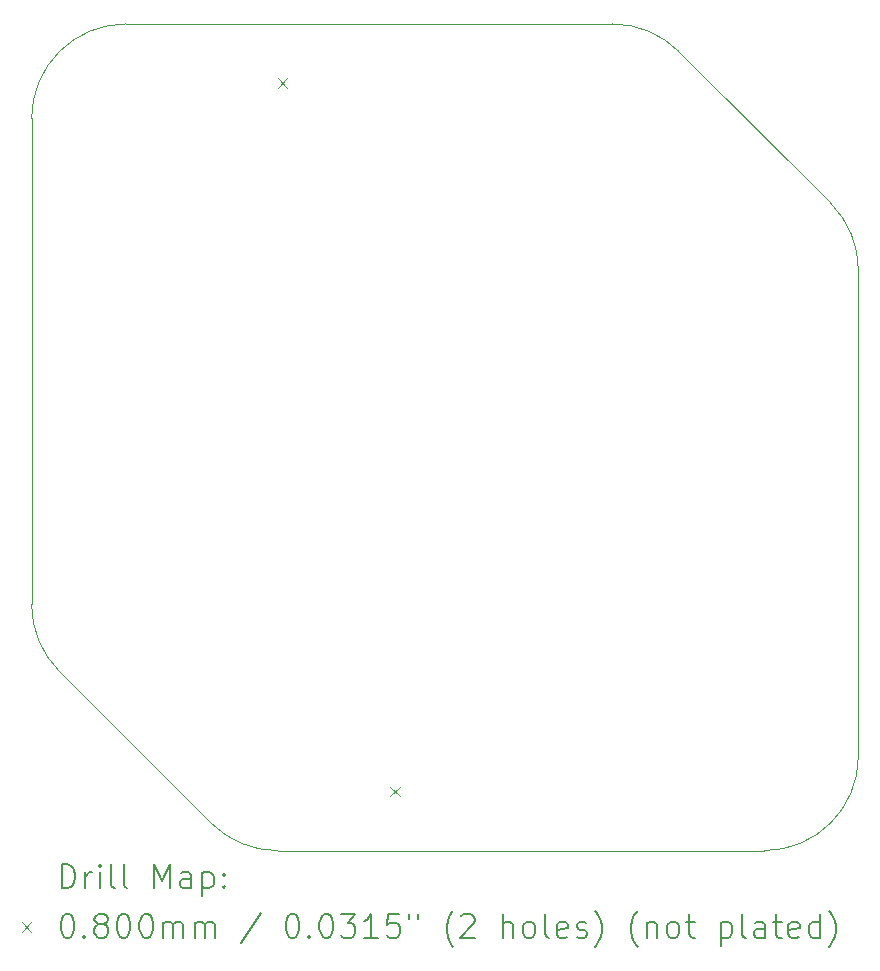
<source format=gbr>
%TF.GenerationSoftware,KiCad,Pcbnew,7.0.9*%
%TF.CreationDate,2024-01-08T23:36:17-05:00*%
%TF.ProjectId,Compaq S3 Virge GX VRAM Addon Board,436f6d70-6171-4205-9333-205669726765,1*%
%TF.SameCoordinates,Original*%
%TF.FileFunction,Drillmap*%
%TF.FilePolarity,Positive*%
%FSLAX45Y45*%
G04 Gerber Fmt 4.5, Leading zero omitted, Abs format (unit mm)*
G04 Created by KiCad (PCBNEW 7.0.9) date 2024-01-08 23:36:17*
%MOMM*%
%LPD*%
G01*
G04 APERTURE LIST*
%ADD10C,0.100000*%
%ADD11C,0.200000*%
G04 APERTURE END LIST*
D10*
X16778000Y-13981000D02*
X12663000Y-13981000D01*
X12097133Y-13747144D02*
X10812156Y-12462167D01*
X16777987Y-13981000D02*
G75*
G03*
X17578000Y-13180987I0J800013D01*
G01*
X16059511Y-7215502D02*
G75*
G03*
X15494000Y-6981259I-565511J-565508D01*
G01*
X11378000Y-6981000D02*
X15494000Y-6981000D01*
X17578173Y-9065512D02*
G75*
G03*
X17343880Y-8499878I-799923J2D01*
G01*
X10578000Y-11896000D02*
X10578000Y-7781000D01*
X10577767Y-11896366D02*
G75*
G03*
X10812126Y-12462167I800163J-4D01*
G01*
X11378013Y-6980990D02*
G75*
G03*
X10578000Y-7781000I-3J-800010D01*
G01*
X17578000Y-9066000D02*
X17578000Y-13181000D01*
X17343858Y-8499858D02*
X16059488Y-7215488D01*
X12097134Y-13747111D02*
G75*
G03*
X12663000Y-13981502I565866J565862D01*
G01*
D11*
D10*
X12663000Y-7443000D02*
X12743000Y-7523000D01*
X12743000Y-7443000D02*
X12663000Y-7523000D01*
X13613000Y-13441000D02*
X13693000Y-13521000D01*
X13693000Y-13441000D02*
X13613000Y-13521000D01*
D11*
X10833540Y-14297986D02*
X10833540Y-14097986D01*
X10833540Y-14097986D02*
X10881159Y-14097986D01*
X10881159Y-14097986D02*
X10909731Y-14107510D01*
X10909731Y-14107510D02*
X10928778Y-14126557D01*
X10928778Y-14126557D02*
X10938302Y-14145605D01*
X10938302Y-14145605D02*
X10947826Y-14183700D01*
X10947826Y-14183700D02*
X10947826Y-14212272D01*
X10947826Y-14212272D02*
X10938302Y-14250367D01*
X10938302Y-14250367D02*
X10928778Y-14269414D01*
X10928778Y-14269414D02*
X10909731Y-14288462D01*
X10909731Y-14288462D02*
X10881159Y-14297986D01*
X10881159Y-14297986D02*
X10833540Y-14297986D01*
X11033540Y-14297986D02*
X11033540Y-14164653D01*
X11033540Y-14202748D02*
X11043064Y-14183700D01*
X11043064Y-14183700D02*
X11052588Y-14174176D01*
X11052588Y-14174176D02*
X11071635Y-14164653D01*
X11071635Y-14164653D02*
X11090683Y-14164653D01*
X11157350Y-14297986D02*
X11157350Y-14164653D01*
X11157350Y-14097986D02*
X11147826Y-14107510D01*
X11147826Y-14107510D02*
X11157350Y-14117034D01*
X11157350Y-14117034D02*
X11166874Y-14107510D01*
X11166874Y-14107510D02*
X11157350Y-14097986D01*
X11157350Y-14097986D02*
X11157350Y-14117034D01*
X11281159Y-14297986D02*
X11262112Y-14288462D01*
X11262112Y-14288462D02*
X11252588Y-14269414D01*
X11252588Y-14269414D02*
X11252588Y-14097986D01*
X11385921Y-14297986D02*
X11366873Y-14288462D01*
X11366873Y-14288462D02*
X11357350Y-14269414D01*
X11357350Y-14269414D02*
X11357350Y-14097986D01*
X11614493Y-14297986D02*
X11614493Y-14097986D01*
X11614493Y-14097986D02*
X11681159Y-14240843D01*
X11681159Y-14240843D02*
X11747826Y-14097986D01*
X11747826Y-14097986D02*
X11747826Y-14297986D01*
X11928778Y-14297986D02*
X11928778Y-14193224D01*
X11928778Y-14193224D02*
X11919254Y-14174176D01*
X11919254Y-14174176D02*
X11900207Y-14164653D01*
X11900207Y-14164653D02*
X11862112Y-14164653D01*
X11862112Y-14164653D02*
X11843064Y-14174176D01*
X11928778Y-14288462D02*
X11909731Y-14297986D01*
X11909731Y-14297986D02*
X11862112Y-14297986D01*
X11862112Y-14297986D02*
X11843064Y-14288462D01*
X11843064Y-14288462D02*
X11833540Y-14269414D01*
X11833540Y-14269414D02*
X11833540Y-14250367D01*
X11833540Y-14250367D02*
X11843064Y-14231319D01*
X11843064Y-14231319D02*
X11862112Y-14221795D01*
X11862112Y-14221795D02*
X11909731Y-14221795D01*
X11909731Y-14221795D02*
X11928778Y-14212272D01*
X12024016Y-14164653D02*
X12024016Y-14364653D01*
X12024016Y-14174176D02*
X12043064Y-14164653D01*
X12043064Y-14164653D02*
X12081159Y-14164653D01*
X12081159Y-14164653D02*
X12100207Y-14174176D01*
X12100207Y-14174176D02*
X12109731Y-14183700D01*
X12109731Y-14183700D02*
X12119254Y-14202748D01*
X12119254Y-14202748D02*
X12119254Y-14259891D01*
X12119254Y-14259891D02*
X12109731Y-14278938D01*
X12109731Y-14278938D02*
X12100207Y-14288462D01*
X12100207Y-14288462D02*
X12081159Y-14297986D01*
X12081159Y-14297986D02*
X12043064Y-14297986D01*
X12043064Y-14297986D02*
X12024016Y-14288462D01*
X12204969Y-14278938D02*
X12214493Y-14288462D01*
X12214493Y-14288462D02*
X12204969Y-14297986D01*
X12204969Y-14297986D02*
X12195445Y-14288462D01*
X12195445Y-14288462D02*
X12204969Y-14278938D01*
X12204969Y-14278938D02*
X12204969Y-14297986D01*
X12204969Y-14174176D02*
X12214493Y-14183700D01*
X12214493Y-14183700D02*
X12204969Y-14193224D01*
X12204969Y-14193224D02*
X12195445Y-14183700D01*
X12195445Y-14183700D02*
X12204969Y-14174176D01*
X12204969Y-14174176D02*
X12204969Y-14193224D01*
D10*
X10492763Y-14586502D02*
X10572763Y-14666502D01*
X10572763Y-14586502D02*
X10492763Y-14666502D01*
D11*
X10871635Y-14517986D02*
X10890683Y-14517986D01*
X10890683Y-14517986D02*
X10909731Y-14527510D01*
X10909731Y-14527510D02*
X10919255Y-14537034D01*
X10919255Y-14537034D02*
X10928778Y-14556081D01*
X10928778Y-14556081D02*
X10938302Y-14594176D01*
X10938302Y-14594176D02*
X10938302Y-14641795D01*
X10938302Y-14641795D02*
X10928778Y-14679891D01*
X10928778Y-14679891D02*
X10919255Y-14698938D01*
X10919255Y-14698938D02*
X10909731Y-14708462D01*
X10909731Y-14708462D02*
X10890683Y-14717986D01*
X10890683Y-14717986D02*
X10871635Y-14717986D01*
X10871635Y-14717986D02*
X10852588Y-14708462D01*
X10852588Y-14708462D02*
X10843064Y-14698938D01*
X10843064Y-14698938D02*
X10833540Y-14679891D01*
X10833540Y-14679891D02*
X10824016Y-14641795D01*
X10824016Y-14641795D02*
X10824016Y-14594176D01*
X10824016Y-14594176D02*
X10833540Y-14556081D01*
X10833540Y-14556081D02*
X10843064Y-14537034D01*
X10843064Y-14537034D02*
X10852588Y-14527510D01*
X10852588Y-14527510D02*
X10871635Y-14517986D01*
X11024016Y-14698938D02*
X11033540Y-14708462D01*
X11033540Y-14708462D02*
X11024016Y-14717986D01*
X11024016Y-14717986D02*
X11014493Y-14708462D01*
X11014493Y-14708462D02*
X11024016Y-14698938D01*
X11024016Y-14698938D02*
X11024016Y-14717986D01*
X11147826Y-14603700D02*
X11128778Y-14594176D01*
X11128778Y-14594176D02*
X11119255Y-14584653D01*
X11119255Y-14584653D02*
X11109731Y-14565605D01*
X11109731Y-14565605D02*
X11109731Y-14556081D01*
X11109731Y-14556081D02*
X11119255Y-14537034D01*
X11119255Y-14537034D02*
X11128778Y-14527510D01*
X11128778Y-14527510D02*
X11147826Y-14517986D01*
X11147826Y-14517986D02*
X11185921Y-14517986D01*
X11185921Y-14517986D02*
X11204969Y-14527510D01*
X11204969Y-14527510D02*
X11214493Y-14537034D01*
X11214493Y-14537034D02*
X11224016Y-14556081D01*
X11224016Y-14556081D02*
X11224016Y-14565605D01*
X11224016Y-14565605D02*
X11214493Y-14584653D01*
X11214493Y-14584653D02*
X11204969Y-14594176D01*
X11204969Y-14594176D02*
X11185921Y-14603700D01*
X11185921Y-14603700D02*
X11147826Y-14603700D01*
X11147826Y-14603700D02*
X11128778Y-14613224D01*
X11128778Y-14613224D02*
X11119255Y-14622748D01*
X11119255Y-14622748D02*
X11109731Y-14641795D01*
X11109731Y-14641795D02*
X11109731Y-14679891D01*
X11109731Y-14679891D02*
X11119255Y-14698938D01*
X11119255Y-14698938D02*
X11128778Y-14708462D01*
X11128778Y-14708462D02*
X11147826Y-14717986D01*
X11147826Y-14717986D02*
X11185921Y-14717986D01*
X11185921Y-14717986D02*
X11204969Y-14708462D01*
X11204969Y-14708462D02*
X11214493Y-14698938D01*
X11214493Y-14698938D02*
X11224016Y-14679891D01*
X11224016Y-14679891D02*
X11224016Y-14641795D01*
X11224016Y-14641795D02*
X11214493Y-14622748D01*
X11214493Y-14622748D02*
X11204969Y-14613224D01*
X11204969Y-14613224D02*
X11185921Y-14603700D01*
X11347826Y-14517986D02*
X11366874Y-14517986D01*
X11366874Y-14517986D02*
X11385921Y-14527510D01*
X11385921Y-14527510D02*
X11395445Y-14537034D01*
X11395445Y-14537034D02*
X11404969Y-14556081D01*
X11404969Y-14556081D02*
X11414493Y-14594176D01*
X11414493Y-14594176D02*
X11414493Y-14641795D01*
X11414493Y-14641795D02*
X11404969Y-14679891D01*
X11404969Y-14679891D02*
X11395445Y-14698938D01*
X11395445Y-14698938D02*
X11385921Y-14708462D01*
X11385921Y-14708462D02*
X11366874Y-14717986D01*
X11366874Y-14717986D02*
X11347826Y-14717986D01*
X11347826Y-14717986D02*
X11328778Y-14708462D01*
X11328778Y-14708462D02*
X11319254Y-14698938D01*
X11319254Y-14698938D02*
X11309731Y-14679891D01*
X11309731Y-14679891D02*
X11300207Y-14641795D01*
X11300207Y-14641795D02*
X11300207Y-14594176D01*
X11300207Y-14594176D02*
X11309731Y-14556081D01*
X11309731Y-14556081D02*
X11319254Y-14537034D01*
X11319254Y-14537034D02*
X11328778Y-14527510D01*
X11328778Y-14527510D02*
X11347826Y-14517986D01*
X11538302Y-14517986D02*
X11557350Y-14517986D01*
X11557350Y-14517986D02*
X11576397Y-14527510D01*
X11576397Y-14527510D02*
X11585921Y-14537034D01*
X11585921Y-14537034D02*
X11595445Y-14556081D01*
X11595445Y-14556081D02*
X11604969Y-14594176D01*
X11604969Y-14594176D02*
X11604969Y-14641795D01*
X11604969Y-14641795D02*
X11595445Y-14679891D01*
X11595445Y-14679891D02*
X11585921Y-14698938D01*
X11585921Y-14698938D02*
X11576397Y-14708462D01*
X11576397Y-14708462D02*
X11557350Y-14717986D01*
X11557350Y-14717986D02*
X11538302Y-14717986D01*
X11538302Y-14717986D02*
X11519254Y-14708462D01*
X11519254Y-14708462D02*
X11509731Y-14698938D01*
X11509731Y-14698938D02*
X11500207Y-14679891D01*
X11500207Y-14679891D02*
X11490683Y-14641795D01*
X11490683Y-14641795D02*
X11490683Y-14594176D01*
X11490683Y-14594176D02*
X11500207Y-14556081D01*
X11500207Y-14556081D02*
X11509731Y-14537034D01*
X11509731Y-14537034D02*
X11519254Y-14527510D01*
X11519254Y-14527510D02*
X11538302Y-14517986D01*
X11690683Y-14717986D02*
X11690683Y-14584653D01*
X11690683Y-14603700D02*
X11700207Y-14594176D01*
X11700207Y-14594176D02*
X11719254Y-14584653D01*
X11719254Y-14584653D02*
X11747826Y-14584653D01*
X11747826Y-14584653D02*
X11766874Y-14594176D01*
X11766874Y-14594176D02*
X11776397Y-14613224D01*
X11776397Y-14613224D02*
X11776397Y-14717986D01*
X11776397Y-14613224D02*
X11785921Y-14594176D01*
X11785921Y-14594176D02*
X11804969Y-14584653D01*
X11804969Y-14584653D02*
X11833540Y-14584653D01*
X11833540Y-14584653D02*
X11852588Y-14594176D01*
X11852588Y-14594176D02*
X11862112Y-14613224D01*
X11862112Y-14613224D02*
X11862112Y-14717986D01*
X11957350Y-14717986D02*
X11957350Y-14584653D01*
X11957350Y-14603700D02*
X11966874Y-14594176D01*
X11966874Y-14594176D02*
X11985921Y-14584653D01*
X11985921Y-14584653D02*
X12014493Y-14584653D01*
X12014493Y-14584653D02*
X12033540Y-14594176D01*
X12033540Y-14594176D02*
X12043064Y-14613224D01*
X12043064Y-14613224D02*
X12043064Y-14717986D01*
X12043064Y-14613224D02*
X12052588Y-14594176D01*
X12052588Y-14594176D02*
X12071635Y-14584653D01*
X12071635Y-14584653D02*
X12100207Y-14584653D01*
X12100207Y-14584653D02*
X12119255Y-14594176D01*
X12119255Y-14594176D02*
X12128778Y-14613224D01*
X12128778Y-14613224D02*
X12128778Y-14717986D01*
X12519255Y-14508462D02*
X12347826Y-14765605D01*
X12776397Y-14517986D02*
X12795445Y-14517986D01*
X12795445Y-14517986D02*
X12814493Y-14527510D01*
X12814493Y-14527510D02*
X12824017Y-14537034D01*
X12824017Y-14537034D02*
X12833540Y-14556081D01*
X12833540Y-14556081D02*
X12843064Y-14594176D01*
X12843064Y-14594176D02*
X12843064Y-14641795D01*
X12843064Y-14641795D02*
X12833540Y-14679891D01*
X12833540Y-14679891D02*
X12824017Y-14698938D01*
X12824017Y-14698938D02*
X12814493Y-14708462D01*
X12814493Y-14708462D02*
X12795445Y-14717986D01*
X12795445Y-14717986D02*
X12776397Y-14717986D01*
X12776397Y-14717986D02*
X12757350Y-14708462D01*
X12757350Y-14708462D02*
X12747826Y-14698938D01*
X12747826Y-14698938D02*
X12738302Y-14679891D01*
X12738302Y-14679891D02*
X12728778Y-14641795D01*
X12728778Y-14641795D02*
X12728778Y-14594176D01*
X12728778Y-14594176D02*
X12738302Y-14556081D01*
X12738302Y-14556081D02*
X12747826Y-14537034D01*
X12747826Y-14537034D02*
X12757350Y-14527510D01*
X12757350Y-14527510D02*
X12776397Y-14517986D01*
X12928778Y-14698938D02*
X12938302Y-14708462D01*
X12938302Y-14708462D02*
X12928778Y-14717986D01*
X12928778Y-14717986D02*
X12919255Y-14708462D01*
X12919255Y-14708462D02*
X12928778Y-14698938D01*
X12928778Y-14698938D02*
X12928778Y-14717986D01*
X13062112Y-14517986D02*
X13081159Y-14517986D01*
X13081159Y-14517986D02*
X13100207Y-14527510D01*
X13100207Y-14527510D02*
X13109731Y-14537034D01*
X13109731Y-14537034D02*
X13119255Y-14556081D01*
X13119255Y-14556081D02*
X13128778Y-14594176D01*
X13128778Y-14594176D02*
X13128778Y-14641795D01*
X13128778Y-14641795D02*
X13119255Y-14679891D01*
X13119255Y-14679891D02*
X13109731Y-14698938D01*
X13109731Y-14698938D02*
X13100207Y-14708462D01*
X13100207Y-14708462D02*
X13081159Y-14717986D01*
X13081159Y-14717986D02*
X13062112Y-14717986D01*
X13062112Y-14717986D02*
X13043064Y-14708462D01*
X13043064Y-14708462D02*
X13033540Y-14698938D01*
X13033540Y-14698938D02*
X13024017Y-14679891D01*
X13024017Y-14679891D02*
X13014493Y-14641795D01*
X13014493Y-14641795D02*
X13014493Y-14594176D01*
X13014493Y-14594176D02*
X13024017Y-14556081D01*
X13024017Y-14556081D02*
X13033540Y-14537034D01*
X13033540Y-14537034D02*
X13043064Y-14527510D01*
X13043064Y-14527510D02*
X13062112Y-14517986D01*
X13195445Y-14517986D02*
X13319255Y-14517986D01*
X13319255Y-14517986D02*
X13252588Y-14594176D01*
X13252588Y-14594176D02*
X13281159Y-14594176D01*
X13281159Y-14594176D02*
X13300207Y-14603700D01*
X13300207Y-14603700D02*
X13309731Y-14613224D01*
X13309731Y-14613224D02*
X13319255Y-14632272D01*
X13319255Y-14632272D02*
X13319255Y-14679891D01*
X13319255Y-14679891D02*
X13309731Y-14698938D01*
X13309731Y-14698938D02*
X13300207Y-14708462D01*
X13300207Y-14708462D02*
X13281159Y-14717986D01*
X13281159Y-14717986D02*
X13224017Y-14717986D01*
X13224017Y-14717986D02*
X13204969Y-14708462D01*
X13204969Y-14708462D02*
X13195445Y-14698938D01*
X13509731Y-14717986D02*
X13395445Y-14717986D01*
X13452588Y-14717986D02*
X13452588Y-14517986D01*
X13452588Y-14517986D02*
X13433540Y-14546557D01*
X13433540Y-14546557D02*
X13414493Y-14565605D01*
X13414493Y-14565605D02*
X13395445Y-14575129D01*
X13690683Y-14517986D02*
X13595445Y-14517986D01*
X13595445Y-14517986D02*
X13585921Y-14613224D01*
X13585921Y-14613224D02*
X13595445Y-14603700D01*
X13595445Y-14603700D02*
X13614493Y-14594176D01*
X13614493Y-14594176D02*
X13662112Y-14594176D01*
X13662112Y-14594176D02*
X13681159Y-14603700D01*
X13681159Y-14603700D02*
X13690683Y-14613224D01*
X13690683Y-14613224D02*
X13700207Y-14632272D01*
X13700207Y-14632272D02*
X13700207Y-14679891D01*
X13700207Y-14679891D02*
X13690683Y-14698938D01*
X13690683Y-14698938D02*
X13681159Y-14708462D01*
X13681159Y-14708462D02*
X13662112Y-14717986D01*
X13662112Y-14717986D02*
X13614493Y-14717986D01*
X13614493Y-14717986D02*
X13595445Y-14708462D01*
X13595445Y-14708462D02*
X13585921Y-14698938D01*
X13776398Y-14517986D02*
X13776398Y-14556081D01*
X13852588Y-14517986D02*
X13852588Y-14556081D01*
X14147826Y-14794176D02*
X14138302Y-14784653D01*
X14138302Y-14784653D02*
X14119255Y-14756081D01*
X14119255Y-14756081D02*
X14109731Y-14737034D01*
X14109731Y-14737034D02*
X14100207Y-14708462D01*
X14100207Y-14708462D02*
X14090683Y-14660843D01*
X14090683Y-14660843D02*
X14090683Y-14622748D01*
X14090683Y-14622748D02*
X14100207Y-14575129D01*
X14100207Y-14575129D02*
X14109731Y-14546557D01*
X14109731Y-14546557D02*
X14119255Y-14527510D01*
X14119255Y-14527510D02*
X14138302Y-14498938D01*
X14138302Y-14498938D02*
X14147826Y-14489414D01*
X14214493Y-14537034D02*
X14224017Y-14527510D01*
X14224017Y-14527510D02*
X14243064Y-14517986D01*
X14243064Y-14517986D02*
X14290683Y-14517986D01*
X14290683Y-14517986D02*
X14309731Y-14527510D01*
X14309731Y-14527510D02*
X14319255Y-14537034D01*
X14319255Y-14537034D02*
X14328779Y-14556081D01*
X14328779Y-14556081D02*
X14328779Y-14575129D01*
X14328779Y-14575129D02*
X14319255Y-14603700D01*
X14319255Y-14603700D02*
X14204969Y-14717986D01*
X14204969Y-14717986D02*
X14328779Y-14717986D01*
X14566874Y-14717986D02*
X14566874Y-14517986D01*
X14652588Y-14717986D02*
X14652588Y-14613224D01*
X14652588Y-14613224D02*
X14643064Y-14594176D01*
X14643064Y-14594176D02*
X14624017Y-14584653D01*
X14624017Y-14584653D02*
X14595445Y-14584653D01*
X14595445Y-14584653D02*
X14576398Y-14594176D01*
X14576398Y-14594176D02*
X14566874Y-14603700D01*
X14776398Y-14717986D02*
X14757350Y-14708462D01*
X14757350Y-14708462D02*
X14747826Y-14698938D01*
X14747826Y-14698938D02*
X14738302Y-14679891D01*
X14738302Y-14679891D02*
X14738302Y-14622748D01*
X14738302Y-14622748D02*
X14747826Y-14603700D01*
X14747826Y-14603700D02*
X14757350Y-14594176D01*
X14757350Y-14594176D02*
X14776398Y-14584653D01*
X14776398Y-14584653D02*
X14804969Y-14584653D01*
X14804969Y-14584653D02*
X14824017Y-14594176D01*
X14824017Y-14594176D02*
X14833541Y-14603700D01*
X14833541Y-14603700D02*
X14843064Y-14622748D01*
X14843064Y-14622748D02*
X14843064Y-14679891D01*
X14843064Y-14679891D02*
X14833541Y-14698938D01*
X14833541Y-14698938D02*
X14824017Y-14708462D01*
X14824017Y-14708462D02*
X14804969Y-14717986D01*
X14804969Y-14717986D02*
X14776398Y-14717986D01*
X14957350Y-14717986D02*
X14938302Y-14708462D01*
X14938302Y-14708462D02*
X14928779Y-14689414D01*
X14928779Y-14689414D02*
X14928779Y-14517986D01*
X15109731Y-14708462D02*
X15090683Y-14717986D01*
X15090683Y-14717986D02*
X15052588Y-14717986D01*
X15052588Y-14717986D02*
X15033541Y-14708462D01*
X15033541Y-14708462D02*
X15024017Y-14689414D01*
X15024017Y-14689414D02*
X15024017Y-14613224D01*
X15024017Y-14613224D02*
X15033541Y-14594176D01*
X15033541Y-14594176D02*
X15052588Y-14584653D01*
X15052588Y-14584653D02*
X15090683Y-14584653D01*
X15090683Y-14584653D02*
X15109731Y-14594176D01*
X15109731Y-14594176D02*
X15119255Y-14613224D01*
X15119255Y-14613224D02*
X15119255Y-14632272D01*
X15119255Y-14632272D02*
X15024017Y-14651319D01*
X15195445Y-14708462D02*
X15214493Y-14717986D01*
X15214493Y-14717986D02*
X15252588Y-14717986D01*
X15252588Y-14717986D02*
X15271636Y-14708462D01*
X15271636Y-14708462D02*
X15281160Y-14689414D01*
X15281160Y-14689414D02*
X15281160Y-14679891D01*
X15281160Y-14679891D02*
X15271636Y-14660843D01*
X15271636Y-14660843D02*
X15252588Y-14651319D01*
X15252588Y-14651319D02*
X15224017Y-14651319D01*
X15224017Y-14651319D02*
X15204969Y-14641795D01*
X15204969Y-14641795D02*
X15195445Y-14622748D01*
X15195445Y-14622748D02*
X15195445Y-14613224D01*
X15195445Y-14613224D02*
X15204969Y-14594176D01*
X15204969Y-14594176D02*
X15224017Y-14584653D01*
X15224017Y-14584653D02*
X15252588Y-14584653D01*
X15252588Y-14584653D02*
X15271636Y-14594176D01*
X15347826Y-14794176D02*
X15357350Y-14784653D01*
X15357350Y-14784653D02*
X15376398Y-14756081D01*
X15376398Y-14756081D02*
X15385922Y-14737034D01*
X15385922Y-14737034D02*
X15395445Y-14708462D01*
X15395445Y-14708462D02*
X15404969Y-14660843D01*
X15404969Y-14660843D02*
X15404969Y-14622748D01*
X15404969Y-14622748D02*
X15395445Y-14575129D01*
X15395445Y-14575129D02*
X15385922Y-14546557D01*
X15385922Y-14546557D02*
X15376398Y-14527510D01*
X15376398Y-14527510D02*
X15357350Y-14498938D01*
X15357350Y-14498938D02*
X15347826Y-14489414D01*
X15709731Y-14794176D02*
X15700207Y-14784653D01*
X15700207Y-14784653D02*
X15681160Y-14756081D01*
X15681160Y-14756081D02*
X15671636Y-14737034D01*
X15671636Y-14737034D02*
X15662112Y-14708462D01*
X15662112Y-14708462D02*
X15652588Y-14660843D01*
X15652588Y-14660843D02*
X15652588Y-14622748D01*
X15652588Y-14622748D02*
X15662112Y-14575129D01*
X15662112Y-14575129D02*
X15671636Y-14546557D01*
X15671636Y-14546557D02*
X15681160Y-14527510D01*
X15681160Y-14527510D02*
X15700207Y-14498938D01*
X15700207Y-14498938D02*
X15709731Y-14489414D01*
X15785922Y-14584653D02*
X15785922Y-14717986D01*
X15785922Y-14603700D02*
X15795445Y-14594176D01*
X15795445Y-14594176D02*
X15814493Y-14584653D01*
X15814493Y-14584653D02*
X15843064Y-14584653D01*
X15843064Y-14584653D02*
X15862112Y-14594176D01*
X15862112Y-14594176D02*
X15871636Y-14613224D01*
X15871636Y-14613224D02*
X15871636Y-14717986D01*
X15995445Y-14717986D02*
X15976398Y-14708462D01*
X15976398Y-14708462D02*
X15966874Y-14698938D01*
X15966874Y-14698938D02*
X15957350Y-14679891D01*
X15957350Y-14679891D02*
X15957350Y-14622748D01*
X15957350Y-14622748D02*
X15966874Y-14603700D01*
X15966874Y-14603700D02*
X15976398Y-14594176D01*
X15976398Y-14594176D02*
X15995445Y-14584653D01*
X15995445Y-14584653D02*
X16024017Y-14584653D01*
X16024017Y-14584653D02*
X16043064Y-14594176D01*
X16043064Y-14594176D02*
X16052588Y-14603700D01*
X16052588Y-14603700D02*
X16062112Y-14622748D01*
X16062112Y-14622748D02*
X16062112Y-14679891D01*
X16062112Y-14679891D02*
X16052588Y-14698938D01*
X16052588Y-14698938D02*
X16043064Y-14708462D01*
X16043064Y-14708462D02*
X16024017Y-14717986D01*
X16024017Y-14717986D02*
X15995445Y-14717986D01*
X16119255Y-14584653D02*
X16195445Y-14584653D01*
X16147826Y-14517986D02*
X16147826Y-14689414D01*
X16147826Y-14689414D02*
X16157350Y-14708462D01*
X16157350Y-14708462D02*
X16176398Y-14717986D01*
X16176398Y-14717986D02*
X16195445Y-14717986D01*
X16414493Y-14584653D02*
X16414493Y-14784653D01*
X16414493Y-14594176D02*
X16433541Y-14584653D01*
X16433541Y-14584653D02*
X16471636Y-14584653D01*
X16471636Y-14584653D02*
X16490684Y-14594176D01*
X16490684Y-14594176D02*
X16500207Y-14603700D01*
X16500207Y-14603700D02*
X16509731Y-14622748D01*
X16509731Y-14622748D02*
X16509731Y-14679891D01*
X16509731Y-14679891D02*
X16500207Y-14698938D01*
X16500207Y-14698938D02*
X16490684Y-14708462D01*
X16490684Y-14708462D02*
X16471636Y-14717986D01*
X16471636Y-14717986D02*
X16433541Y-14717986D01*
X16433541Y-14717986D02*
X16414493Y-14708462D01*
X16624017Y-14717986D02*
X16604969Y-14708462D01*
X16604969Y-14708462D02*
X16595445Y-14689414D01*
X16595445Y-14689414D02*
X16595445Y-14517986D01*
X16785922Y-14717986D02*
X16785922Y-14613224D01*
X16785922Y-14613224D02*
X16776398Y-14594176D01*
X16776398Y-14594176D02*
X16757350Y-14584653D01*
X16757350Y-14584653D02*
X16719255Y-14584653D01*
X16719255Y-14584653D02*
X16700207Y-14594176D01*
X16785922Y-14708462D02*
X16766874Y-14717986D01*
X16766874Y-14717986D02*
X16719255Y-14717986D01*
X16719255Y-14717986D02*
X16700207Y-14708462D01*
X16700207Y-14708462D02*
X16690684Y-14689414D01*
X16690684Y-14689414D02*
X16690684Y-14670367D01*
X16690684Y-14670367D02*
X16700207Y-14651319D01*
X16700207Y-14651319D02*
X16719255Y-14641795D01*
X16719255Y-14641795D02*
X16766874Y-14641795D01*
X16766874Y-14641795D02*
X16785922Y-14632272D01*
X16852588Y-14584653D02*
X16928779Y-14584653D01*
X16881160Y-14517986D02*
X16881160Y-14689414D01*
X16881160Y-14689414D02*
X16890684Y-14708462D01*
X16890684Y-14708462D02*
X16909731Y-14717986D01*
X16909731Y-14717986D02*
X16928779Y-14717986D01*
X17071636Y-14708462D02*
X17052588Y-14717986D01*
X17052588Y-14717986D02*
X17014493Y-14717986D01*
X17014493Y-14717986D02*
X16995446Y-14708462D01*
X16995446Y-14708462D02*
X16985922Y-14689414D01*
X16985922Y-14689414D02*
X16985922Y-14613224D01*
X16985922Y-14613224D02*
X16995446Y-14594176D01*
X16995446Y-14594176D02*
X17014493Y-14584653D01*
X17014493Y-14584653D02*
X17052588Y-14584653D01*
X17052588Y-14584653D02*
X17071636Y-14594176D01*
X17071636Y-14594176D02*
X17081160Y-14613224D01*
X17081160Y-14613224D02*
X17081160Y-14632272D01*
X17081160Y-14632272D02*
X16985922Y-14651319D01*
X17252588Y-14717986D02*
X17252588Y-14517986D01*
X17252588Y-14708462D02*
X17233541Y-14717986D01*
X17233541Y-14717986D02*
X17195446Y-14717986D01*
X17195446Y-14717986D02*
X17176398Y-14708462D01*
X17176398Y-14708462D02*
X17166874Y-14698938D01*
X17166874Y-14698938D02*
X17157350Y-14679891D01*
X17157350Y-14679891D02*
X17157350Y-14622748D01*
X17157350Y-14622748D02*
X17166874Y-14603700D01*
X17166874Y-14603700D02*
X17176398Y-14594176D01*
X17176398Y-14594176D02*
X17195446Y-14584653D01*
X17195446Y-14584653D02*
X17233541Y-14584653D01*
X17233541Y-14584653D02*
X17252588Y-14594176D01*
X17328779Y-14794176D02*
X17338303Y-14784653D01*
X17338303Y-14784653D02*
X17357350Y-14756081D01*
X17357350Y-14756081D02*
X17366874Y-14737034D01*
X17366874Y-14737034D02*
X17376398Y-14708462D01*
X17376398Y-14708462D02*
X17385922Y-14660843D01*
X17385922Y-14660843D02*
X17385922Y-14622748D01*
X17385922Y-14622748D02*
X17376398Y-14575129D01*
X17376398Y-14575129D02*
X17366874Y-14546557D01*
X17366874Y-14546557D02*
X17357350Y-14527510D01*
X17357350Y-14527510D02*
X17338303Y-14498938D01*
X17338303Y-14498938D02*
X17328779Y-14489414D01*
M02*

</source>
